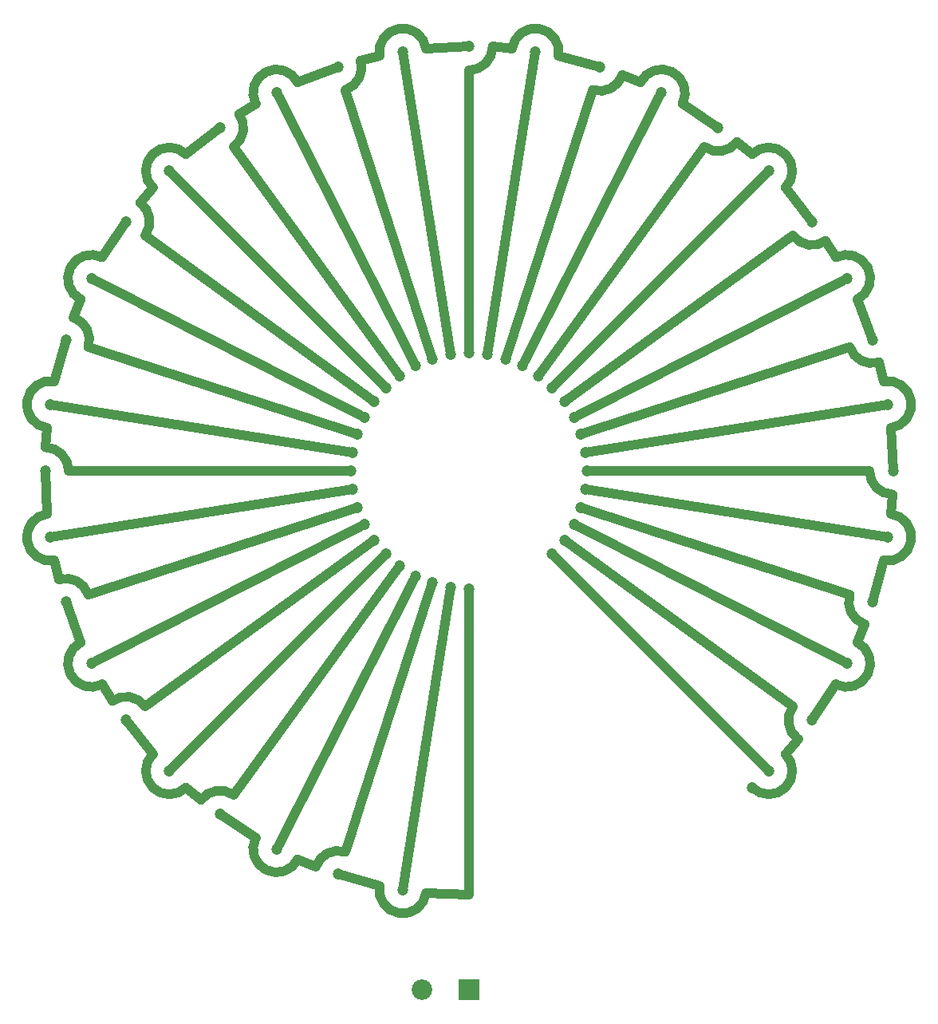
<source format=gbr>
%TF.GenerationSoftware,Altium Limited,Altium Designer,21.9.2 (33)*%
G04 Layer_Physical_Order=1*
G04 Layer_Color=255*
%FSLAX45Y45*%
%MOMM*%
%TF.SameCoordinates,75CE8345-0679-459C-92E2-866CE1B62050*%
%TF.FilePolarity,Positive*%
%TF.FileFunction,Copper,L1,Top,Signal*%
%TF.Part,Single*%
G01*
G75*
%TA.AperFunction,Conductor*%
%ADD10C,1.00000*%
%TA.AperFunction,ViaPad*%
%ADD11R,2.17500X2.17500*%
%ADD12C,2.17500*%
%ADD13C,1.20000*%
D10*
X-950543Y-4403397D02*
G03*
X-456704Y-4481613I246589J-41193D01*
G01*
X2498079Y3438311D02*
G03*
X2846041Y3491918I146950J202259D01*
G01*
X3357256Y3003716D02*
G03*
X3003716Y3357256I-175275J178265D01*
G01*
X2264745Y3894145D02*
G03*
X1819246Y4121138I-221791J115378D01*
G01*
X4041984Y1313320D02*
G03*
X4354997Y1152162I237770J77256D01*
G01*
X3438317Y2498083D02*
G03*
X3785811Y2441539I202259J146950D01*
G01*
X4121139Y1819254D02*
G03*
X3894152Y2264741I-111610J223703D01*
G01*
X950543Y4403397D02*
G03*
X456704Y4481613I-246589J41193D01*
G01*
X0Y4249994D02*
G03*
X250006Y4500000I0J250006D01*
G01*
X1313322Y4041990D02*
G03*
X1627678Y4200492I77254J237764D01*
G01*
X4481617Y456712D02*
G03*
X4403403Y950537I-37019J247243D01*
G01*
X4249994Y0D02*
G03*
X4497886Y-249997I250006J0D01*
G01*
X4403403Y-950537D02*
G03*
X4481617Y-456712I41195J246582D01*
G01*
X4041984Y-1313320D02*
G03*
X4200488Y-1627677I237764J-77254D01*
G01*
X3894152Y-2264741D02*
G03*
X4121139Y-1819254I115377J221784D01*
G01*
X3438317Y-2498083D02*
G03*
X3491922Y-2846043I202259J-146950D01*
G01*
X3003716Y-3357256D02*
G03*
X3357256Y-3003716I178265J175275D01*
G01*
X-456712Y4481617D02*
G03*
X-950537Y4403403I-247243J-37019D01*
G01*
X-1313318Y4041977D02*
G03*
X-1152160Y4354993I-77256J237770D01*
G01*
X-1819252Y4121135D02*
G03*
X-2264739Y3894149I-223702J-111612D01*
G01*
X-2498087Y3438323D02*
G03*
X-2441545Y3785807I-146946J202254D01*
G01*
X-3003713Y3357253D02*
G03*
X-3357253Y3003713I-178263J-175277D01*
G01*
X-3438323Y2498087D02*
G03*
X-3491926Y2846038I-202254J146946D01*
G01*
X-3894149Y2264747D02*
G03*
X-4121142Y1819248I-115380J-221790D01*
G01*
X-4041990Y1313322D02*
G03*
X-4200492Y1627678I-237764J77254D01*
G01*
X-4403401Y950544D02*
G03*
X-4481618Y456705I-41196J-246589D01*
G01*
X-4249994Y0D02*
G03*
X-4497882Y249991I-250000J0D01*
G01*
X-1313320Y-4041984D02*
G03*
X-1627677Y-4200488I-77254J-237764D01*
G01*
X-2264745Y-3894145D02*
G03*
X-1819246Y-4121138I221791J-115378D01*
G01*
X-4041984Y-1313320D02*
G03*
X-4354997Y-1152162I-237770J-77256D01*
G01*
X-4121139Y-1819254D02*
G03*
X-3894152Y-2264741I111610J-223703D01*
G01*
X-4481612Y-456711D02*
G03*
X-4403398Y-950536I37022J-247243D01*
G01*
X-2498084Y-3438317D02*
G03*
X-2846035Y-3491922I-146946J-202254D01*
G01*
X-3438317Y-2498083D02*
G03*
X-3785811Y-2441539I-202259J-146950D01*
G01*
X-3357261Y-3003711D02*
G03*
X-3003711Y-3357261I175280J-178269D01*
G01*
X-456704Y-4481613D02*
X0Y-4499993D01*
X2846041Y3491918D02*
X3003716Y3357256D01*
X3357256Y3003716D02*
X3640576Y2645034D01*
X2264745Y3894145D02*
X2645030Y3640571D01*
X734731Y1011271D02*
X2498079Y3438311D01*
X4121139Y1819254D02*
X4279754Y1390576D01*
X4354997Y1152162D02*
X4403403Y950537D01*
X3785811Y2441539D02*
X3894152Y2264741D01*
X1011271Y734731D02*
X3438317Y2498083D01*
X250006Y4500000D02*
X456704Y4481613D01*
X950543Y4403397D02*
X1390576Y4279754D01*
X-456712Y4481617D02*
X0Y4500000D01*
Y1250000D02*
Y4249994D01*
X1627678Y4200492D02*
X1819246Y4121138D01*
X386271Y1188821D02*
X1313322Y4041990D01*
X4481617Y456712D02*
X4500000Y0D01*
X4481617Y-456712D02*
X4497886Y-249997D01*
X1188820Y386271D02*
X4041984Y1313320D01*
X1250000Y0D02*
X4249994D01*
X1188820Y-386271D02*
X4041984Y-1313320D01*
X4279748Y-1390574D02*
X4403403Y-950537D01*
X4121139Y-1819254D02*
X4200488Y-1627677D01*
X3640576Y-2645034D02*
X3894152Y-2264741D01*
X1011271Y-734732D02*
X3438317Y-2498083D01*
X3357256Y-3003716D02*
X3491922Y-2846043D01*
X-1152160Y4354993D02*
X-950537Y4403403D01*
X-1313318Y4041977D02*
X-386271Y1188821D01*
X-1819252Y4121135D02*
X-1390574Y4279748D01*
X-2498087Y3438323D02*
X-734732Y1011271D01*
X-3438323Y2498087D02*
X-1011271Y734731D01*
X-4041990Y1313322D02*
X-1188820Y386271D01*
X-4249994Y0D02*
X-1250000D01*
X-2441545Y3785807D02*
X-2264739Y3894149D01*
X-3003713Y3357253D02*
X-2645034Y3640576D01*
X-3003713Y3357253D02*
X-3003713D01*
X-3357253Y3003713D02*
Y3003713D01*
X-3491926Y2846038D02*
X-3357253Y3003713D01*
X-3894149Y2264747D02*
X-3640576Y2645034D01*
X-4200492Y1627678D02*
X-4121142Y1819248D01*
X-4403401Y950544D02*
X-4279754Y1390576D01*
X-4497882Y249991D02*
X-4481618Y456705D01*
X-2498084Y-3438316D02*
X-734731Y-1011271D01*
X-2498084Y-3438317D02*
Y-3438316D01*
X-4041984Y-1313320D02*
X-1188821Y-386271D01*
X-3438317Y-2498083D02*
X-1011271Y-734731D01*
X-1390574Y-4279748D02*
X-950543Y-4403397D01*
X-1313320Y-4041984D02*
X-1282419Y-3946879D01*
X-1819246Y-4121138D02*
X-1627677Y-4200488D01*
X-4279754Y-1390576D02*
X-4121139Y-1819254D01*
X-4403398Y-950536D02*
X-4354997Y-1152162D01*
X-4499993Y0D02*
X-4481612Y-456711D01*
X-3003711Y-3357261D02*
X-2846035Y-3491922D01*
X-2645030Y-3640571D02*
X-2264745Y-3894145D01*
X-3640576Y-2645034D02*
X-3357261Y-3003711D01*
X-3894152Y-2264741D02*
X-3785811Y-2441539D01*
X-3181980Y-3181980D02*
X-883883Y-883883D01*
X567488Y1113758D02*
X2042954Y4009523D01*
X-703954Y-4444591D02*
X-195543Y-1234610D01*
X-2042954Y-4009523D02*
X-567488Y-1113758D01*
X-4009529Y-2042957D02*
X-1113758Y-567488D01*
X-4444591Y-703954D02*
X-1234610Y-195543D01*
X-4444597Y703955D02*
X-1234610Y195543D01*
X-4009529Y2042957D02*
X-1113758Y567488D01*
X-3181976Y3181976D02*
X-883883Y883883D01*
X-2042954Y4009523D02*
X-567488Y1113758D01*
X-703954Y4444591D02*
X-195543Y1234610D01*
X195543Y1234610D02*
X703954Y4444591D01*
X883883Y883883D02*
X3181980Y3181980D01*
X1113758Y567488D02*
X4009529Y2042957D01*
X1234610Y195543D02*
X4444597Y703955D01*
X1234610Y-195543D02*
X4444597Y-703955D01*
X1113758Y-567488D02*
X4009529Y-2042957D01*
X883883Y-883883D02*
X3181980Y-3181980D01*
X-1282419Y-3946879D02*
X-1158812Y-3566457D01*
X-386271Y-1188820D01*
X0Y-4499993D02*
Y-1250000D01*
D11*
Y-5500000D02*
D03*
D12*
X-500000D02*
D03*
D13*
X-3181980Y-3181980D02*
D03*
X567488Y1113758D02*
D03*
X3640576Y-2645034D02*
D03*
X3181980Y-3181980D02*
D03*
X3003716Y-3357256D02*
D03*
X386271Y1188821D02*
D03*
X1011271Y734731D02*
D03*
X3181980Y3181980D02*
D03*
X883883Y883883D02*
D03*
X734731Y1011271D02*
D03*
X4444597Y-703955D02*
D03*
X2645030Y3640571D02*
D03*
X2042954Y4009523D02*
D03*
X1390576Y4279754D02*
D03*
X703954Y4444591D02*
D03*
X0Y4500000D02*
D03*
X-703954Y4444591D02*
D03*
X-1390574Y4279748D02*
D03*
X-2042954Y4009523D02*
D03*
X-2645034Y3640576D02*
D03*
X-3181976Y3181976D02*
D03*
X-3640576Y2645034D02*
D03*
X-4009529Y2042957D02*
D03*
X-4279754Y1390576D02*
D03*
X-4444597Y703955D02*
D03*
X-4499993Y0D02*
D03*
X-4444591Y-703954D02*
D03*
X-4279754Y-1390576D02*
D03*
X-4009529Y-2042957D02*
D03*
X-3640576Y-2645034D02*
D03*
X-2645030Y-3640571D02*
D03*
X-2042954Y-4009523D02*
D03*
X-1390574Y-4279748D02*
D03*
X-703954Y-4444591D02*
D03*
X4009529Y-2042957D02*
D03*
X4279748Y-1390574D02*
D03*
X4500000Y0D02*
D03*
X4444597Y703955D02*
D03*
X4279754Y1390576D02*
D03*
X4009529Y2042957D02*
D03*
X3640576Y2645034D02*
D03*
X1234610Y195543D02*
D03*
X1188820Y386271D02*
D03*
X1113758Y567488D02*
D03*
X1250000Y0D02*
D03*
X1234610Y-195543D02*
D03*
X1188820Y-386271D02*
D03*
X1113758Y-567488D02*
D03*
X1011271Y-734732D02*
D03*
X883883Y-883883D02*
D03*
X0Y-1250000D02*
D03*
X-195543Y-1234610D02*
D03*
X-386271Y-1188820D02*
D03*
X-567488Y-1113758D02*
D03*
X-734731Y-1011271D02*
D03*
X-883883Y-883883D02*
D03*
X-1011271Y-734731D02*
D03*
X-1113758Y-567488D02*
D03*
X-1188821Y-386271D02*
D03*
X-1234610Y-195543D02*
D03*
X-1250000Y0D02*
D03*
X-1234610Y195543D02*
D03*
X-1188820Y386271D02*
D03*
X-1113758Y567488D02*
D03*
X-1011271Y734731D02*
D03*
X-883883Y883883D02*
D03*
X-734732Y1011271D02*
D03*
X-567488Y1113758D02*
D03*
X-386271Y1188821D02*
D03*
X-195543Y1234610D02*
D03*
X0Y1250000D02*
D03*
X195543Y1234610D02*
D03*
%TF.MD5,393b0f7163b5ee9c237862d61d3ca43b*%
M02*

</source>
